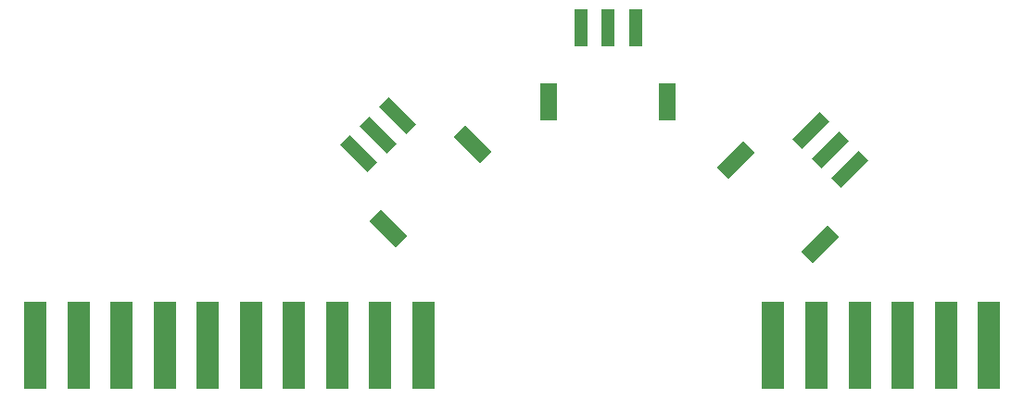
<source format=gbp>
G04*
G04 #@! TF.GenerationSoftware,Altium Limited,Altium Designer,18.1.7 (191)*
G04*
G04 Layer_Color=128*
%FSLAX44Y44*%
%MOMM*%
G71*
G01*
G75*
%ADD11R,1.2000X3.5000*%
%ADD12R,1.5000X3.4000*%
%ADD19R,2.0000X8.0000*%
G04:AMPARAMS|DCode=38|XSize=1.5mm|YSize=3.4mm|CornerRadius=0mm|HoleSize=0mm|Usage=FLASHONLY|Rotation=45.000|XOffset=0mm|YOffset=0mm|HoleType=Round|Shape=Rectangle|*
%AMROTATEDRECTD38*
4,1,4,0.6718,-1.7324,-1.7324,0.6718,-0.6718,1.7324,1.7324,-0.6718,0.6718,-1.7324,0.0*
%
%ADD38ROTATEDRECTD38*%

G04:AMPARAMS|DCode=39|XSize=1.2mm|YSize=3.5mm|CornerRadius=0mm|HoleSize=0mm|Usage=FLASHONLY|Rotation=45.000|XOffset=0mm|YOffset=0mm|HoleType=Round|Shape=Rectangle|*
%AMROTATEDRECTD39*
4,1,4,0.8132,-1.6617,-1.6617,0.8132,-0.8132,1.6617,1.6617,-0.8132,0.8132,-1.6617,0.0*
%
%ADD39ROTATEDRECTD39*%

G04:AMPARAMS|DCode=40|XSize=1.5mm|YSize=3.4mm|CornerRadius=0mm|HoleSize=0mm|Usage=FLASHONLY|Rotation=315.000|XOffset=0mm|YOffset=0mm|HoleType=Round|Shape=Rectangle|*
%AMROTATEDRECTD40*
4,1,4,-1.7324,-0.6718,0.6718,1.7324,1.7324,0.6718,-0.6718,-1.7324,-1.7324,-0.6718,0.0*
%
%ADD40ROTATEDRECTD40*%

G04:AMPARAMS|DCode=41|XSize=1.2mm|YSize=3.5mm|CornerRadius=0mm|HoleSize=0mm|Usage=FLASHONLY|Rotation=315.000|XOffset=0mm|YOffset=0mm|HoleType=Round|Shape=Rectangle|*
%AMROTATEDRECTD41*
4,1,4,-1.6617,-0.8132,0.8132,1.6617,1.6617,0.8132,-0.8132,-1.6617,-1.6617,-0.8132,0.0*
%
%ADD41ROTATEDRECTD41*%

D11*
X1015520Y587690D02*
D03*
X990520D02*
D03*
X965520D02*
D03*
D12*
X1045020Y520190D02*
D03*
X936020D02*
D03*
D19*
X821960Y297180D02*
D03*
X782560D02*
D03*
X743160D02*
D03*
X703760D02*
D03*
X664360D02*
D03*
X624960D02*
D03*
X585560D02*
D03*
X546160D02*
D03*
X506760D02*
D03*
X467360D02*
D03*
X1141610D02*
D03*
X1181010D02*
D03*
X1220410D02*
D03*
X1259810D02*
D03*
X1299210D02*
D03*
X1338610D02*
D03*
D38*
X867015Y480935D02*
D03*
X789940Y403860D02*
D03*
D39*
X798425Y507805D02*
D03*
X780748Y490127D02*
D03*
X763070Y472449D02*
D03*
D40*
X1184710Y389881D02*
D03*
X1107635Y466955D02*
D03*
D41*
X1211580Y458470D02*
D03*
X1193902Y476148D02*
D03*
X1176225Y493825D02*
D03*
M02*

</source>
